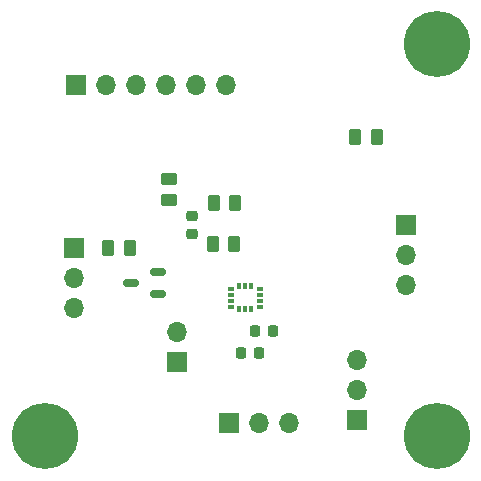
<source format=gts>
G04 #@! TF.GenerationSoftware,KiCad,Pcbnew,7.0.8-7.0.8~ubuntu22.04.1*
G04 #@! TF.CreationDate,2024-01-26T15:47:29+01:00*
G04 #@! TF.ProjectId,imu,696d752e-6b69-4636-9164-5f7063625858,rev?*
G04 #@! TF.SameCoordinates,Original*
G04 #@! TF.FileFunction,Soldermask,Top*
G04 #@! TF.FilePolarity,Negative*
%FSLAX46Y46*%
G04 Gerber Fmt 4.6, Leading zero omitted, Abs format (unit mm)*
G04 Created by KiCad (PCBNEW 7.0.8-7.0.8~ubuntu22.04.1) date 2024-01-26 15:47:29*
%MOMM*%
%LPD*%
G01*
G04 APERTURE LIST*
G04 Aperture macros list*
%AMRoundRect*
0 Rectangle with rounded corners*
0 $1 Rounding radius*
0 $2 $3 $4 $5 $6 $7 $8 $9 X,Y pos of 4 corners*
0 Add a 4 corners polygon primitive as box body*
4,1,4,$2,$3,$4,$5,$6,$7,$8,$9,$2,$3,0*
0 Add four circle primitives for the rounded corners*
1,1,$1+$1,$2,$3*
1,1,$1+$1,$4,$5*
1,1,$1+$1,$6,$7*
1,1,$1+$1,$8,$9*
0 Add four rect primitives between the rounded corners*
20,1,$1+$1,$2,$3,$4,$5,0*
20,1,$1+$1,$4,$5,$6,$7,0*
20,1,$1+$1,$6,$7,$8,$9,0*
20,1,$1+$1,$8,$9,$2,$3,0*%
G04 Aperture macros list end*
%ADD10RoundRect,0.250000X-0.262500X-0.450000X0.262500X-0.450000X0.262500X0.450000X-0.262500X0.450000X0*%
%ADD11R,1.700000X1.700000*%
%ADD12O,1.700000X1.700000*%
%ADD13RoundRect,0.225000X0.225000X0.250000X-0.225000X0.250000X-0.225000X-0.250000X0.225000X-0.250000X0*%
%ADD14C,3.600000*%
%ADD15C,5.600000*%
%ADD16RoundRect,0.218750X-0.256250X0.218750X-0.256250X-0.218750X0.256250X-0.218750X0.256250X0.218750X0*%
%ADD17RoundRect,0.250000X-0.450000X0.262500X-0.450000X-0.262500X0.450000X-0.262500X0.450000X0.262500X0*%
%ADD18RoundRect,0.150000X0.512500X0.150000X-0.512500X0.150000X-0.512500X-0.150000X0.512500X-0.150000X0*%
%ADD19R,0.576580X0.351536*%
%ADD20R,0.351536X0.576580*%
%ADD21RoundRect,0.225000X-0.225000X-0.250000X0.225000X-0.250000X0.225000X0.250000X-0.225000X0.250000X0*%
%ADD22RoundRect,0.250000X0.262500X0.450000X-0.262500X0.450000X-0.262500X-0.450000X0.262500X-0.450000X0*%
G04 APERTURE END LIST*
D10*
X110687500Y-46900000D03*
X112512500Y-46900000D03*
D11*
X95605888Y-65920584D03*
D12*
X95605888Y-63380584D03*
D11*
X115000000Y-54300000D03*
D12*
X115000000Y-56840000D03*
X115000000Y-59380000D03*
D11*
X86900000Y-56300000D03*
D12*
X86900000Y-58840000D03*
X86900000Y-61380000D03*
D10*
X98647804Y-55968630D03*
X100472804Y-55968630D03*
D13*
X102575000Y-65200000D03*
X101025000Y-65200000D03*
D14*
X117605888Y-72245584D03*
D15*
X117605888Y-72245584D03*
D16*
X96905888Y-53558084D03*
X96905888Y-55133084D03*
D17*
X94905888Y-50433084D03*
X94905888Y-52258084D03*
D11*
X100000000Y-71100000D03*
D12*
X102540000Y-71100000D03*
X105080000Y-71100000D03*
D14*
X117605888Y-39045584D03*
D15*
X117605888Y-39045584D03*
D14*
X84405888Y-72245584D03*
D15*
X84405888Y-72245584D03*
D18*
X91768388Y-59245584D03*
X94043388Y-60195584D03*
X94043388Y-58295584D03*
D19*
X100189700Y-59749999D03*
X100189700Y-60250000D03*
X100189700Y-60750000D03*
X100189700Y-61250001D03*
D20*
X100900001Y-61456300D03*
X101400000Y-61456300D03*
X101899999Y-61456300D03*
D19*
X102610300Y-61250001D03*
X102610300Y-60750000D03*
X102610300Y-60250000D03*
X102610300Y-59749999D03*
D20*
X101899999Y-59543700D03*
X101400000Y-59543700D03*
X100900001Y-59543700D03*
D21*
X102225000Y-63300000D03*
X103775000Y-63300000D03*
D11*
X110900000Y-70879999D03*
D12*
X110900000Y-68339999D03*
X110900000Y-65799999D03*
D11*
X87040000Y-42500000D03*
D12*
X89580000Y-42500000D03*
X92120000Y-42500000D03*
X94660000Y-42500000D03*
X97200000Y-42500000D03*
X99740000Y-42500000D03*
D22*
X91612500Y-56300000D03*
X89787500Y-56300000D03*
D10*
X98747804Y-52468628D03*
X100572804Y-52468628D03*
M02*

</source>
